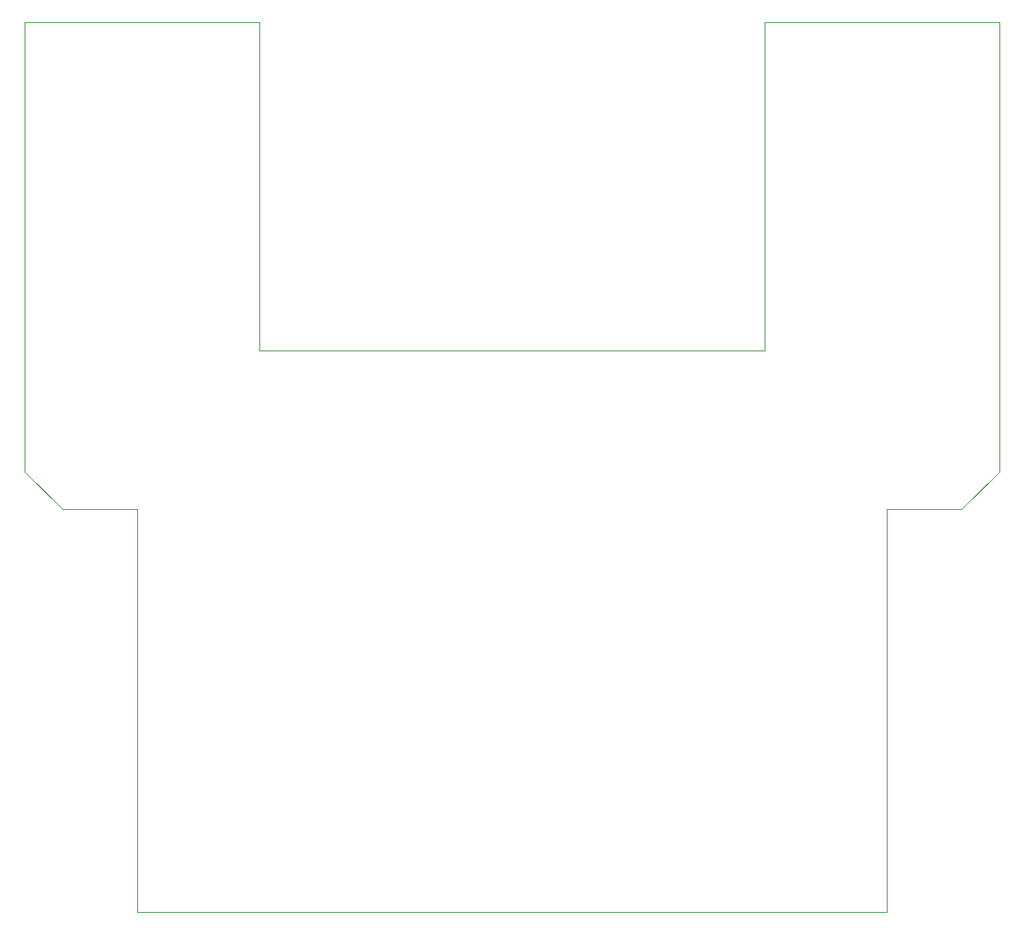
<source format=gbr>
%TF.GenerationSoftware,KiCad,Pcbnew,7.0.9*%
%TF.CreationDate,2024-10-29T13:44:47+09:00*%
%TF.ProjectId,01-main,30312d6d-6169-46e2-9e6b-696361645f70,rev?*%
%TF.SameCoordinates,Original*%
%TF.FileFunction,Profile,NP*%
%FSLAX46Y46*%
G04 Gerber Fmt 4.6, Leading zero omitted, Abs format (unit mm)*
G04 Created by KiCad (PCBNEW 7.0.9) date 2024-10-29 13:44:47*
%MOMM*%
%LPD*%
G01*
G04 APERTURE LIST*
%TA.AperFunction,Profile*%
%ADD10C,0.100000*%
%TD*%
G04 APERTURE END LIST*
D10*
X103000000Y-95070000D02*
X157000000Y-95070000D01*
X157000000Y-60000000D01*
X182000000Y-60000000D01*
X182000000Y-100000000D01*
X182000000Y-108000000D01*
X178000000Y-112000000D01*
X170000000Y-112000000D01*
X170000000Y-155000000D01*
X90000000Y-155000000D01*
X90000000Y-112000000D01*
X82000000Y-112000000D01*
X78000000Y-108000000D01*
X78000000Y-60000000D01*
X103000000Y-60000000D01*
X103000000Y-95070000D01*
M02*

</source>
